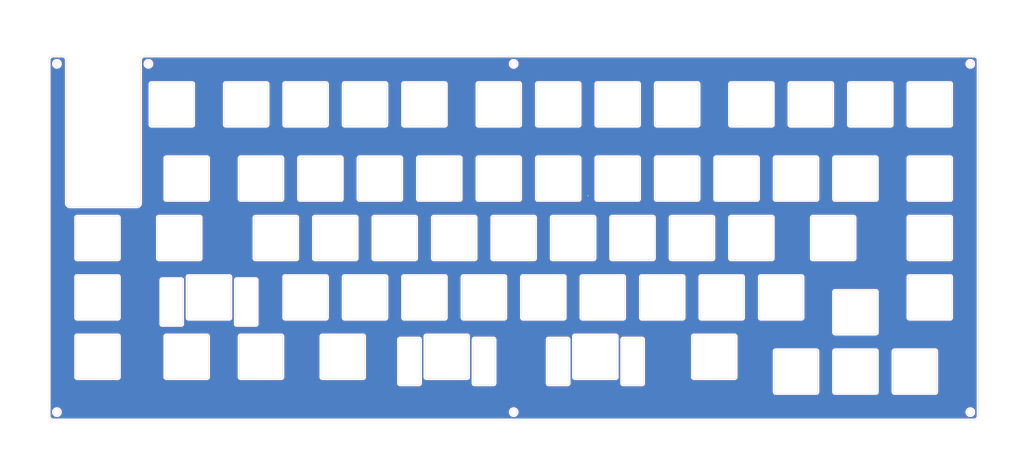
<source format=kicad_pcb>
(kicad_pcb (version 20240108) (generator "pcbnew") (generator_version "8.0")
  (layers (0 "F.Cu" signal) (31 "B.Cu" signal) (34 "B.Paste" user) (35 "F.Paste" user) (36 "B.SilkS" user "B.Silkscreen") (37 "F.SilkS" user "F.Silkscreen") (38 "B.Mask" user) (39 "F.Mask" user) (44 "Edge.Cuts" user))
  (net 0 "")
  (net 1 "GND")
  (gr_arc (start 305.692868 116.037444) (mid 305.546421 116.390997) (end 305.192868 116.537444) (stroke (width 0.1)) (layer "Edge.Cuts"))
  (gr_arc (start 263.617868 135.587444) (mid 263.264315 135.440997) (end 263.117868 135.087444) (stroke (width 0.1)) (layer "Edge.Cuts"))
  (gr_line (start 215.992868 102.537444) (end 228.992868 102.537444) (stroke (width 0.1)) (layer "Edge.Cuts"))
  (gr_line (start 190.892868 116.537444) (end 177.892868 116.537444) (stroke (width 0.1)) (layer "Edge.Cuts"))
  (gr_arc (start 268.380368 97.487444) (mid 268.026815 97.340997) (end 267.880368 96.987444) (stroke (width 0.1)) (layer "Edge.Cuts"))
  (gr_arc (start 229.780368 60.174944) (mid 229.926815 59.821391) (end 230.280368 59.674944) (stroke (width 0.1)) (layer "Edge.Cuts"))
  (gr_line (start 339.030368 126.849944) (end 339.030368 139.849944) (stroke (width 0.1)) (layer "Edge.Cuts"))
  (gr_arc (start 348.842868 60.174944) (mid 348.989315 59.821391) (end 349.342868 59.674944) (stroke (width 0.1)) (layer "Edge.Cuts"))
  (gr_arc (start 185.623618 142.137444) (mid 185.770068 141.783908) (end 186.123618 141.637444) (stroke (width 0.1)) (layer "Edge.Cuts"))
  (gr_line (start 181.367868 73.674944) (end 168.367868 73.674944) (stroke (width 0.1)) (layer "Edge.Cuts"))
  (gr_line (start 181.867868 60.174944) (end 181.867868 73.174944) (stroke (width 0.1)) (layer "Edge.Cuts"))
  (gr_line (start 248.830368 96.987444) (end 248.830368 83.987444) (stroke (width 0.1)) (layer "Edge.Cuts"))
  (gr_arc (start 181.867868 135.087444) (mid 181.721421 135.440997) (end 181.367868 135.587444) (stroke (width 0.1)) (layer "Edge.Cuts"))
  (gr_arc (start 243.780368 96.987444) (mid 243.633921 97.340997) (end 243.280368 97.487444) (stroke (width 0.1)) (layer "Edge.Cuts"))
  (gr_line (start 74.89287 167.899944) (end 370.092868 167.899944) (stroke (width 0.1)) (layer "Edge.Cuts"))
  (gr_line (start 133.799618 122.587444) (end 139.799568 122.587444) (stroke (width 0.1)) (layer "Edge.Cuts"))
  (gr_line (start 117.861618 135.080344) (end 117.861618 122.087444) (stroke (width 0.1)) (layer "Edge.Cuts"))
  (gr_line (start 185.623618 156.130344) (end 185.623618 142.137444) (stroke (width 0.1)) (layer "Edge.Cuts"))
  (gr_line (start 115.923618 137.587444) (end 109.923668 137.587444) (stroke (width 0.1)) (layer "Edge.Cuts"))
  (gr_arc (start 192.623618 156.137444) (mid 192.477168 156.49098) (end 192.123618 156.637444) (stroke (width 0.1)) (layer "Edge.Cuts"))
  (gr_line (start 325.530368 83.487444) (end 338.530368 83.487444) (stroke (width 0.1)) (layer "Edge.Cuts"))
  (gr_arc (start 276.617868 121.587444) (mid 276.971421 121.733891) (end 277.117868 122.087444) (stroke (width 0.1)) (layer "Edge.Cuts"))
  (gr_line (start 110.717868 96.987444) (end 110.717868 83.987444) (stroke (width 0.1)) (layer "Edge.Cuts"))
  (gr_line (start 186.130368 97.487444) (end 173.130368 97.487444) (stroke (width 0.1)) (layer "Edge.Cuts"))
  (gr_arc (start 191.680368 83.987444) (mid 191.826815 83.633891) (end 192.180368 83.487444) (stroke (width 0.1)) (layer "Edge.Cuts"))
  (gr_line (start 134.530368 96.987444) (end 134.530368 83.987444) (stroke (width 0.1)) (layer "Edge.Cuts"))
  (gr_line (start 224.230368 97.487444) (end 211.230368 97.487444) (stroke (width 0.1)) (layer "Edge.Cuts"))
  (gr_line (start 305.692868 60.174944) (end 305.692868 73.174944) (stroke (width 0.1)) (layer "Edge.Cuts"))
  (gr_arc (start 281.380368 83.487444) (mid 281.733921 83.633891) (end 281.880368 83.987444) (stroke (width 0.1)) (layer "Edge.Cuts"))
  (gr_line (start 248.042868 116.537444) (end 235.042868 116.537444) (stroke (width 0.1)) (layer "Edge.Cuts"))
  (gr_arc (start 124.717868 96.987444) (mid 124.571421 97.340997) (end 124.217868 97.487444) (stroke (width 0.1)) (layer "Edge.Cuts"))
  (gr_arc (start 248.830368 60.174944) (mid 248.976815 59.821391) (end 249.330368 59.674944) (stroke (width 0.1)) (layer "Edge.Cuts"))
  (gr_line (start 243.780368 83.987444) (end 243.780368 96.987444) (stroke (width 0.1)) (layer "Edge.Cuts"))
  (gr_arc (start 211.230368 97.487444) (mid 210.876815 97.340997) (end 210.730368 96.987444) (stroke (width 0.1)) (layer "Edge.Cuts"))
  (gr_line (start 219.467868 135.587444) (end 206.467868 135.587444) (stroke (width 0.1)) (layer "Edge.Cuts"))
  (gr_line (start 318.386618 102.537444) (end 331.386568 102.537444) (stroke (width 0.1)) (layer "Edge.Cuts"))
  (gr_line (start 200.417868 73.674944) (end 187.417868 73.674944) (stroke (width 0.1)) (layer "Edge.Cuts"))
  (gr_line (start 82.642868 140.637444) (end 95.642868 140.637444) (stroke (width 0.1)) (layer "Edge.Cuts"))
  (gr_line (start 325.530368 126.349944) (end 338.530368 126.349944) (stroke (width 0.1)) (layer "Edge.Cuts"))
  (gr_line (start 277.117868 122.087444) (end 277.117868 135.087444) (stroke (width 0.1)) (layer "Edge.Cuts"))
  (gr_arc (start 230.280368 73.674944) (mid 229.926815 73.528497) (end 229.780368 73.174944) (stroke (width 0.1)) (layer "Edge.Cuts"))
  (gr_arc (start 124.217868 140.637444) (mid 124.571421 140.783891) (end 124.717868 141.137444) (stroke (width 0.1)) (layer "Edge.Cuts"))
  (gr_arc (start 339.030368 96.987444) (mid 338.883921 97.340997) (end 338.530368 97.487444) (stroke (width 0.1)) (layer "Edge.Cuts"))
  (gr_arc (start 143.767868 73.174944) (mid 143.621421 73.528497) (end 143.267868 73.674944) (stroke (width 0.1)) (layer "Edge.Cuts"))
  (gr_arc (start 242.186668 154.637444) (mid 241.830607 154.488455) (end 241.686618 154.130344) (stroke (width 0.1)) (layer "Edge.Cuts"))
  (gr_circle (center 222.492868 53.674944) (end 223.592868 53.674944) (stroke (width 0.1)) (fill none) (layer "Edge.Cuts"))
  (gr_line (start 194.561618 140.637444) (end 207.561568 140.637444) (stroke (width 0.1)) (layer "Edge.Cuts"))
  (gr_arc (start 344.580368 159.399944) (mid 344.226815 159.253497) (end 344.080368 158.899944) (stroke (width 0.1)) (layer "Edge.Cuts"))
  (gr_line (start 371.342868 166.649944) (end 371.342868 52.424944) (stroke (width 0.1)) (layer "Edge.Cuts"))
  (gr_arc (start 224.730368 96.987444) (mid 224.583921 97.340997) (end 224.230368 97.487444) (stroke (width 0.1)) (layer "Edge.Cuts"))
  (gr_arc (start 205.967868 122.087444) (mid 206.114315 121.733891) (end 206.467868 121.587444) (stroke (width 0.1)) (layer "Edge.Cuts"))
  (gr_arc (start 130.267868 73.674944) (mid 129.914315 73.528497) (end 129.767868 73.174944) (stroke (width 0.1)) (layer "Edge.Cuts"))
  (gr_line (start 263.624618 156.637444) (end 257.624668 156.637444) (stroke (width 0.1)) (layer "Edge.Cuts"))
  (gr_arc (start 162.317868 121.587444) (mid 162.671421 121.733891) (end 162.817868 122.087444) (stroke (width 0.1)) (layer "Edge.Cuts"))
  (gr_line (start 82.142868 135.087444) (end 82.142868 122.087444) (stroke (width 0.1)) (layer "Edge.Cuts"))
  (gr_arc (start 253.592868 103.037444) (mid 253.739315 102.683891) (end 254.092868 102.537444) (stroke (width 0.1)) (layer "Edge.Cuts"))
  (gr_arc (start 149.317868 135.587444) (mid 148.964315 135.440997) (end 148.817868 135.087444) (stroke (width 0.1)) (layer "Edge.Cuts"))
  (gr_arc (start 338.530368 126.349944) (mid 338.883921 126.496391) (end 339.030368 126.849944) (stroke (width 0.1)) (layer "Edge.Cuts"))
  (gr_arc (start 254.092868 116.537444) (mid 253.739315 116.390997) (end 253.592868 116.037444) (stroke (width 0.1)) (layer "Edge.Cuts"))
  (gr_arc (start 286.642868 116.037444) (mid 286.496421 116.390997) (end 286.142868 116.537444) (stroke (width 0.1)) (layer "Edge.Cuts"))
  (gr_arc (start 194.561668 154.637444) (mid 194.205607 154.488455) (end 194.061618 154.130344) (stroke (width 0.1)) (layer "Edge.Cuts"))
  (gr_arc (start 148.817868 122.087444) (mid 148.964315 121.733891) (end 149.317868 121.587444) (stroke (width 0.1)) (layer "Edge.Cuts"))
  (gr_line (start 254.092868 102.537444) (end 267.092868 102.537444) (stroke (width 0.1)) (layer "Edge.Cuts"))
  (gr_line (start 362.342868 73.674944) (end 349.342868 73.674944) (stroke (width 0.1)) (layer "Edge.Cuts"))
  (gr_arc (start 264.124618 156.137444) (mid 263.978168 156.49098) (end 263.624618 156.637444) (stroke (width 0.1)) (layer "Edge.Cuts"))
  (gr_line (start 319.480368 97.487444) (end 306.480368 97.487444) (stroke (width 0.1)) (layer "Edge.Cuts"))
  (gr_line (start 267.592868 103.037444) (end 267.592868 116.037444) (stroke (width 0.1)) (layer "Edge.Cuts"))
  (gr_line (start 339.030368 83.987444) (end 339.030368 96.987444) (stroke (width 0.1)) (layer "Edge.Cuts"))
  (gr_line (start 357.580368 159.399944) (end 344.580368 159.399944) (stroke (width 0.1)) (layer "Edge.Cuts"))
  (gr_line (start 106.455368 59.674944) (end 119.455368 59.674944) (stroke (width 0.1)) (layer "Edge.Cuts"))
  (gr_arc (start 228.992868 102.537444) (mid 229.346421 102.683891) (end 229.492868 103.037444) (stroke (width 0.1)) (layer "Edge.Cuts"))
  (gr_arc (start 362.842868 96.987444) (mid 362.696421 97.340997) (end 362.342868 97.487444) (stroke (width 0.1)) (layer "Edge.Cuts"))
  (gr_line (start 319.980368 83.987444) (end 319.980368 96.987444) (stroke (width 0.1)) (layer "Edge.Cuts"))
  (gr_line (start 148.030368 97.487444) (end 135.030368 97.487444) (stroke (width 0.1)) (layer "Edge.Cuts"))
  (gr_arc (start 325.530368 97.487444) (mid 325.176815 97.340997) (end 325.030368 96.987444) (stroke (width 0.1)) (layer "Edge.Cuts"))
  (gr_line (start 181.867868 122.087444) (end 181.867868 135.087444) (stroke (width 0.1)) (layer "Edge.Cuts"))
  (gr_arc (start 96.142868 135.087444) (mid 95.996421 135.440997) (end 95.642868 135.587444) (stroke (width 0.1)) (layer "Edge.Cuts"))
  (gr_line (start 257.624618 141.637444) (end 263.624568 141.637444) (stroke (width 0.1)) (layer "Edge.Cuts"))
  (gr_arc (start 135.030368 97.487444) (mid 134.676815 97.340997) (end 134.530368 96.987444) (stroke (width 0.1)) (layer "Edge.Cuts"))
  (gr_arc (start 262.830368 96.987444) (mid 262.683921 97.340997) (end 262.330368 97.487444) (stroke (width 0.1)) (layer "Edge.Cuts"))
  (gr_arc (start 119.455368 59.674944) (mid 119.808921 59.821391) (end 119.955368 60.174944) (stroke (width 0.1)) (layer "Edge.Cuts"))
  (gr_line (start 102.955368 60.174944) (end 102.955368 98.287444) (stroke (width 0.1)) (layer "Edge.Cuts"))
  (gr_arc (start 162.817868 73.174944) (mid 162.671421 73.528497) (end 162.317868 73.674944) (stroke (width 0.1)) (layer "Edge.Cuts"))
  (gr_line (start 95.642868 154.637444) (end 82.642868 154.637444) (stroke (width 0.1)) (layer "Edge.Cuts"))
  (gr_line (start 177.892868 102.537444) (end 190.892868 102.537444) (stroke (width 0.1)) (layer "Edge.Cuts"))
  (gr_line (start 235.042868 102.537444) (end 248.042868 102.537444) (stroke (width 0.1)) (layer "Edge.Cuts"))
  (gr_line (start 262.330368 73.674944) (end 249.330368 73.674944) (stroke (width 0.1)) (layer "Edge.Cuts"))
  (gr_line (start 207.561618 154.637444) (end 194.561668 154.637444) (stroke (width 0.1)) (layer "Edge.Cuts"))
  (gr_arc (start 115.923568 122.587444) (mid 116.279654 122.736458) (end 116.423618 123.094615) (stroke (width 0.1)) (layer "Edge.Cuts"))
  (gr_arc (start 174.224068 140.637444) (mid 174.580154 140.786458) (end 174.724118 141.144615) (stroke (width 0.1)) (layer "Edge.Cuts"))
  (gr_line (start 171.842868 116.537444) (end 158.842868 116.537444) (stroke (width 0.1)) (layer "Edge.Cuts"))
  (gr_line (start 358.080368 145.899944) (end 358.080368 158.899944) (stroke (width 0.1)) (layer "Edge.Cuts"))
  (gr_arc (start 158.842868 116.537444) (mid 158.489315 116.390997) (end 158.342868 116.037444) (stroke (width 0.1)) (layer "Edge.Cuts"))
  (gr_arc (start 148.030368 83.487444) (mid 148.383921 83.633891) (end 148.530368 83.987444) (stroke (width 0.1)) (layer "Edge.Cuts"))
  (gr_arc (start 296.167868 135.087444) (mid 296.021421 135.440997) (end 295.667868 135.587444) (stroke (width 0.1)) (layer "Edge.Cuts"))
  (gr_arc (start 186.130368 83.487444) (mid 186.483921 83.633891) (end 186.630368 83.987444) (stroke (width 0.1)) (layer "Edge.Cuts"))
  (gr_arc (start 102.955368 52.424944) (mid 103.321485 51.541061) (end 104.205368 51.174944) (stroke (width 0.1)) (layer "Edge.Cuts"))
  (gr_arc (start 224.730368 73.174944) (mid 224.583921 73.528497) (end 224.230368 73.674944) (stroke (width 0.1)) (layer "Edge.Cuts"))
  (gr_line (start 219.967868 122.087444) (end 219.967868 135.087444) (stroke (width 0.1)) (layer "Edge.Cuts"))
  (gr_arc (start 111.217868 97.487444) (mid 110.864315 97.340997) (end 110.717868 96.987444) (stroke (width 0.1)) (layer "Edge.Cuts"))
  (gr_arc (start 233.748668 156.637444) (mid 233.392607 156.488455) (end 233.248618 156.130344) (stroke (width 0.1)) (layer "Edge.Cuts"))
  (gr_arc (start 262.830368 73.174944) (mid 262.683921 73.528497) (end 262.330368 73.674944) (stroke (width 0.1)) (layer "Edge.Cuts"))
  (gr_arc (start 291.692868 103.037444) (mid 291.839315 102.683891) (end 292.192868 102.537444) (stroke (width 0.1)) (layer "Edge.Cuts"))
  (gr_line (start 96.142868 103.037444) (end 96.142868 116.037444) (stroke (width 0.1)) (layer "Edge.Cuts"))
  (gr_line (start 229.780368 96.987444) (end 229.780368 83.987444) (stroke (width 0.1)) (layer "Edge.Cuts"))
  (gr_line (start 317.886618 116.030344) (end 317.886618 103.037444) (stroke (width 0.1)) (layer "Edge.Cuts"))
  (gr_arc (start 267.092868 102.537444) (mid 267.446421 102.683891) (end 267.592868 103.037444) (stroke (width 0.1)) (layer "Edge.Cuts"))
  (gr_line (start 242.186618 140.637444) (end 255.186568 140.637444) (stroke (width 0.1)) (layer "Edge.Cuts"))
  (gr_line (start 82.142868 154.137444) (end 82.142868 141.137444) (stroke (width 0.1)) (layer "Edge.Cuts"))
  (gr_arc (start 95.642868 102.537444) (mid 95.996421 102.683891) (end 96.142868 103.037444) (stroke (width 0.1)) (layer "Edge.Cuts"))
  (gr_arc (start 235.042868 116.537444) (mid 234.689315 116.390997) (end 234.542868 116.037444) (stroke (width 0.1)) (layer "Edge.Cuts"))
  (gr_line (start 348.842868 96.987444) (end 348.842868 83.987444) (stroke (width 0.1)) (layer "Edge.Cuts"))
  (gr_line (start 324.242868 73.674944) (end 311.242868 73.674944) (stroke (width 0.1)) (layer "Edge.Cuts"))
  (gr_line (start 82.642868 121.587444) (end 95.642868 121.587444) (stroke (width 0.1)) (layer "Edge.Cuts"))
  (gr_line (start 224.730368 60.174944) (end 224.730368 73.174944) (stroke (width 0.1)) (layer "Edge.Cuts"))
  (gr_line (start 148.030368 154.637444) (end 135.030368 154.637444) (stroke (width 0.1)) (layer "Edge.Cuts"))
  (gr_arc (start 306.480368 159.399944) (mid 306.126815 159.253497) (end 305.980368 158.899944) (stroke (width 0.1)) (layer "Edge.Cuts"))
  (gr_line (start 233.248618 156.130344) (end 233.248618 142.137444) (stroke (width 0.1)) (layer "Edge.Cuts"))
  (gr_arc (start 109.423618 123.087444) (mid 109.570068 122.733908) (end 109.923618 122.587444) (stroke (width 0.1)) (layer "Edge.Cuts"))
  (gr_line (start 205.180368 97.487444) (end 192.180368 97.487444) (stroke (width 0.1)) (layer "Edge.Cuts"))
  (gr_arc (start 306.480368 97.487444) (mid 306.126815 97.340997) (end 305.980368 96.987444) (stroke (width 0.1)) (layer "Edge.Cuts"))
  (gr_circle (center 222.492868 165.399944) (end 223.592868 165.399944) (stroke (width 0.1)) (fill none) (layer "Edge.Cuts"))
  (gr_line (start 267.880368 96.987444) (end 267.880368 83.987444) (stroke (width 0.1)) (layer "Edge.Cuts"))
  (gr_line (start 153.292868 103.037444) (end 153.292868 116.037444) (stroke (width 0.1)) (layer "Edge.Cuts"))
  (gr_line (start 305.192868 116.537444) (end 292.192868 116.537444) (stroke (width 0.1)) (layer "Edge.Cuts"))
  (gr_arc (start 177.892868 116.537444) (mid 177.539315 116.390997) (end 177.392868 116.037444) (stroke (width 0.1)) (layer "Edge.Cuts"))
  (gr_line (start 143.267868 73.674944) (end 130.267868 73.674944) (stroke (width 0.1)) (layer "Edge.Cuts"))
  (gr_line (start 279.786618 154.130344) (end 279.786618 141.137444) (stroke (width 0.1)) (layer "Edge.Cuts"))
  (gr_arc (start 370.092868 51.174944) (mid 370.976751 51.541061) (end 371.342868 52.424944) (stroke (width 0.1)) (layer "Edge.Cuts"))
  (gr_line (start 325.030368 139.849944) (end 325.030368 126.849944) (stroke (width 0.1)) (layer "Edge.Cuts"))
  (gr_arc (start 134.530368 83.987444) (mid 134.676815 83.633891) (end 135.030368 83.487444) (stroke (width 0.1)) (layer "Edge.Cuts"))
  (gr_arc (start 293.286568 140.637444) (mid 293.642654 140.786458) (end 293.786618 141.144615) (stroke (width 0.1)) (layer "Edge.Cuts"))
  (gr_arc (start 248.042868 102.537444) (mid 248.396421 102.683891) (end 248.542868 103.037444) (stroke (width 0.1)) (layer "Edge.Cuts"))
  (gr_line (start 230.280368 59.674944) (end 243.280368 59.674944) (stroke (width 0.1)) (layer "Edge.Cuts"))
  (gr_line (start 338.530368 97.487444) (end 325.530368 97.487444) (stroke (width 0.1)) (layer "Edge.Cuts"))
  (gr_arc (start 331.886618 116.037444) (mid 331.740168 116.39098) (end 331.386618 116.537444) (stroke (width 0.1)) (layer "Edge.Cuts"))
  (gr_line (start 121.836618 116.537444) (end 108.836668 116.537444) (stroke (width 0.1)) (layer "Edge.Cuts"))
  (gr_arc (start 216.499618 156.137444) (mid 216.353168 156.49098) (end 215.999618 156.637444) (stroke (width 0.1)) (layer "Edge.Cuts"))
  (gr_arc (start 348.842868 122.087444) (mid 348.989315 121.733891) (end 349.342868 121.587444) (stroke (width 0.1)) (layer "Edge.Cuts"))
  (gr_line (start 119.455368 73.674944) (end 106.455368 73.674944) (stroke (width 0.1)) (layer "Edge.Cuts"))
  (gr_arc (start 349.342868 73.674944) (mid 348.989315 73.528497) (end 348.842868 73.174944) (stroke (width 0.1)) (layer "Edge.Cuts"))
  (gr_arc (start 318.386668 116.537444) (mid 318.030607 116.388455) (end 317.886618 116.030344) (stroke (width 0.1)) (layer "Edge.Cuts"))
  (gr_arc (start 325.030368 83.987444) (mid 325.176815 83.633891) (end 325.530368 83.487444) (stroke (width 0.1)) (layer "Edge.Cuts"))
  (gr_arc (start 187.417868 135.587444) (mid 187.064315 135.440997) (end 186.917868 135.087444) (stroke (width 0.1)) (layer "Edge.Cuts"))
  (gr_arc (start 273.142868 116.537444) (mid 272.789315 116.390997) (end 272.642868 116.037444) (stroke (width 0.1)) (layer "Edge.Cuts"))
  (gr_line (start 276.617868 135.587444) (end 263.617868 135.587444) (stroke (width 0.1)) (layer "Edge.Cuts"))
  (gr_arc (start 239.748568 141.637444) (mid 240.104654 141.786458) (end 240.248618 142.144615) (stroke (width 0.1)) (layer "Edge.Cuts"))
  (gr_arc (start 362.342868 59.674944) (mid 362.696421 59.821391) (end 362.842868 60.174944) (stroke (width 0.1)) (layer "Edge.Cuts"))
  (gr_arc (start 325.530368 140.349944) (mid 325.176815 140.203497) (end 325.030368 139.849944) (stroke (width 0.1)) (layer "Edge.Cuts"))
  (gr_arc (start 358.080368 158.899944) (mid 357.933921 159.253497) (end 357.580368 159.399944) (stroke (width 0.1)) (layer "Edge.Cuts"))
  (gr_arc (start 263.624568 141.637444) (mid 263.980654 141.786458) (end 264.124618 142.144615) (stroke (width 0.1)) (layer "Edge.Cuts"))
  (gr_arc (start 330.292868 73.674944) (mid 329.939315 73.528497) (end 329.792868 73.174944) (stroke (width 0.1)) (layer "Edge.Cuts"))
  (gr_arc (start 301.217868 122.087444) (mid 301.364315 121.733891) (end 301.717868 121.587444) (stroke (width 0.1)) (layer "Edge.Cuts"))
  (gr_line (start 295.667868 135.587444) (end 282.667868 135.587444) (stroke (width 0.1)) (layer "Edge.Cuts"))
  (gr_arc (start 244.567868 135.587444) (mid 244.214315 135.440997) (end 244.067868 135.087444) (stroke (width 0.1)) (layer "Edge.Cuts"))
  (gr_arc (start 319.980368 96.987444) (mid 319.833921 97.340997) (end 319.480368 97.487444) (stroke (width 0.1)) (layer "Edge.Cuts"))
  (gr_line (start 349.342868 59.674944) (end 362.342868 59.674944) (stroke (width 0.1)) (layer "Edge.Cuts"))
  (gr_arc (start 124.217868 83.487444) (mid 124.571421 83.633891) (end 124.717868 83.987444) (stroke (width 0.1)) (layer "Edge.Cuts"))
  (gr_arc (start 192.123568 141.637444) (mid 192.479654 141.786458) (end 192.623618 142.144615) (stroke (width 0.1)) (layer "Edge.Cuts"))
  (gr_line (start 291.692868 116.037444) (end 291.692868 103.037444) (stroke (width 0.1)) (layer "Edge.Cuts"))
  (gr_line (start 305.692868 103.037444) (end 305.692868 116.037444) (stroke (width 0.1)) (layer "Edge.Cuts"))
  (gr_line (start 96.142868 122.087444) (end 96.142868 135.087444) (stroke (width 0.1)) (layer "Edge.Cuts"))
  (gr_line (start 325.030368 158.899944) (end 325.030368 145.899944) (stroke (width 0.1)) (layer "Edge.Cuts"))
  (gr_arc (start 234.542868 103.037444) (mid 234.689315 102.683891) (end 235.042868 102.537444) (stroke (width 0.1)) (layer "Edge.Cuts"))
  (gr_line (start 253.592868 116.037444) (end 253.592868 103.037444) (stroke (width 0.1)) (layer "Edge.Cuts"))
  (gr_line (start 362.842868 122.087444) (end 362.842868 135.087444) (stroke (width 0.1)) (layer "Edge.Cuts"))
  (gr_line (start 167.080368 97.487444) (end 154.080368 97.487444) (stroke (width 0.1)) (layer "Edge.Cuts"))
  (gr_line (start 174.224118 154.637444) (end 161.224168 154.637444) (stroke (width 0.1)) (layer "Edge.Cuts"))
  (gr_arc (start 82.642868 116.537444) (mid 82.289315 116.390997) (end 82.142868 116.037444) (stroke (width 0.1)) (layer "Edge.Cuts"))
  (gr_arc (start 215.492868 103.037444) (mid 215.639315 102.683891) (end 215.992868 102.537444) (stroke (width 0.1)) (layer "Edge.Cuts"))
  (gr_arc (start 240.248618 156.137444) (mid 240.102168 156.49098) (end 239.748618 156.637444) (stroke (width 0.1)) (layer "Edge.Cuts"))
  (gr_arc (start 319.980368 158.899944) (mid 319.833921 159.253497) (end 319.480368 159.399944) (stroke (width 0.1)) (layer "Edge.Cuts"))
  (gr_arc (start 255.686618 154.137444) (mid 255.540168 154.49098) (end 255.186618 154.637444) (stroke (width 0.1)) (layer "Edge.Cuts"))
  (gr_arc (start 210.730368 60.174944) (mid 210.876815 59.821391) (end 211.230368 59.674944) (stroke (width 0.1)) (layer "Edge.Cuts"))
  (gr_arc (start 148.530368 154.137444) (mid 148.383921 154.490997) (end 148.030368 154.637444) (stroke (width 0.1)) (layer "Edge.Cuts"))
  (gr_line (start 209.942868 116.537444) (end 196.942868 116.537444) (stroke (width 0.1)) (layer "Edge.Cuts"))
  (gr_line (start 300.930368 83.987444) (end 300.930368 96.987444) (stroke (width 0.1)) (layer "Edge.Cuts"))
  (gr_arc (start 174.724118 154.137444) (mid 174.577668 154.49098) (end 174.224118 154.637444) (stroke (width 0.1)) (layer "Edge.Cuts"))
  (gr_arc (start 171.842868 102.537444) (mid 172.196421 102.683891) (end 172.342868 103.037444) (stroke (width 0.1)) (layer "Edge.Cuts"))
  (gr_arc (start 292.192868 116.537444) (mid 291.839315 116.390997) (end 291.692868 116.037444) (stroke (width 0.1)) (layer "Edge.Cuts"))
  (gr_arc (start 122.336618 116.037444) (mid 122.190168 116.39098) (end 121.836618 116.537444) (stroke (width 0.1)) (layer "Edge.Cuts"))
  (gr_arc (start 224.230368 59.674944) (mid 224.583921 59.821391) (end 224.730368 60.174944) (stroke (width 0.1)) (layer "Edge.Cuts"))
  (gr_line (start 268.380368 59.674944) (end 281.380368 59.674944) (stroke (width 0.1)) (layer "Edge.Cuts"))
  (gr_arc (start 229.780368 83.987444) (mid 229.926815 83.633891) (end 230.280368 83.487444) (stroke (width 0.1)) (layer "Edge.Cuts"))
  (gr_line (start 158.842868 102.537444) (end 171.842868 102.537444) (stroke (width 0.1)) (layer "Edge.Cuts"))
  (gr_arc (start 200.417868 59.674944) (mid 200.771421 59.821391) (end 200.917868 60.174944) (stroke (width 0.1)) (layer "Edge.Cuts"))
  (gr_line (start 135.030368 140.637444) (end 148.030368 140.637444) (stroke (width 0.1)) (layer "Edge.Cuts"))
  (gr_line (start 281.880368 83.987444) (end 281.880368 96.987444) (stroke (width 0.1)) (layer "Edge.Cuts"))
  (gr_line (start 167.867868 73.174944) (end 167.867868 60.174944) (stroke (width 0.1)) (layer "Edge.Cuts"))
  (gr_line (start 192.180368 83.487444) (end 205.180368 83.487444) (stroke (width 0.1)) (layer "Edge.Cuts"))
  (gr_arc (start 80.392868 99.537444) (mid 79.508985 99.171327) (end 79.142868 98.287444) (stroke (width 0.1)) (layer "Edge.Cuts"))
  (gr_arc (start 349.342868 97.487444) (mid 348.989315 97.340997) (end 348.842868 96.987444) (stroke (width 0.1)) (layer "Edge.Cuts"))
  (gr_arc (start 348.842868 103.037444) (mid 348.989315 102.683891) (end 349.342868 102.537444) (stroke (width 0.1)) (layer "Edge.Cuts"))
  (gr_line (start 172.342868 103.037444) (end 172.342868 116.037444) (stroke (width 0.1)) (layer "Edge.Cuts"))
  (gr_line (start 209.999618 141.637444) (end 215.999568 141.637444) (stroke (width 0.1)) (layer "Edge.Cuts"))
  (gr_arc (start 110.717868 141.137444) (mid 110.864315 140.783891) (end 111.217868 140.637444) (stroke (width 0.1)) (layer "Edge.Cuts"))
  (gr_arc (start 186.630368 96.987444) (mid 186.483921 97.340997) (end 186.130368 97.487444) (stroke (width 0.1)) (layer "Edge.Cuts"))
  (gr_arc (start 238.517868 121.587444) (mid 238.871421 121.733891) (end 239.017868 122.087444) (stroke (width 0.1)) (layer "Edge.Cuts"))
  (gr_arc (start 329.792868 60.174944) (mid 329.939315 59.821391) (end 330.292868 59.674944) (stroke (width 0.1)) (layer "Edge.Cuts"))
  (gr_line (start 167.580368 83.987444) (end 167.580368 96.987444) (stroke (width 0.1)) (layer "Edge.Cuts"))
  (gr_line (start 280.286618 140.637444) (end 293.286568 140.637444) (stroke (width 0.1)) (layer "Edge.Cuts"))
  (gr_arc (start 187.417868 73.674944) (mid 187.064315 73.528497) (end 186.917868 73.174944) (stroke (width 0.1)) (layer "Edge.Cuts"))
  (gr_line (start 244.067868 135.087444) (end 244.067868 122.087444) (stroke (width 0.1)) (layer "Edge.Cuts"))
  (gr_arc (start 281.880368 73.174944) (mid 281.733921 73.528497) (end 281.380368 73.674944) (stroke (width 0.1)) (layer "Edge.Cuts"))
  (gr_arc (start 362.842868 116.037444) (mid 362.696421 116.390997) (end 362.342868 116.537444) (stroke (width 0.1)) (layer "Edge.Cuts"))
  (gr_line (start 282.167868 135.087444) (end 282.167868 122.087444) (stroke (width 0.1)) (layer "Edge.Cuts"))
  (gr_line (start 108.336618 116.030344) (end 108.336618 103.037444) (stroke (width 0.1)) (layer "Edge.Cuts"))
  (gr_arc (start 229.492868 116.037444) (mid 229.346421 116.390997) (end 228.992868 116.537444) (stroke (width 0.1)) (layer "Edge.Cuts"))
  (gr_arc (start 219.967868 135.087444) (mid 219.821421 135.440997) (end 219.467868 135.587444) (stroke (width 0.1)) (layer "Edge.Cuts"))
  (gr_arc (start 243.780368 73.174944) (mid 243.633921 73.528497) (end 243.280368 73.674944) (stroke (width 0.1)) (layer "Edge.Cuts"))
  (gr_arc (start 140.299618 137.087444) (mid 140.153168 137.44098) (end 139.799618 137.587444) (stroke (width 0.1)) (layer "Edge.Cuts"))
  (gr_line (start 239.748618 156.637444) (end 233.748668 156.637444) (stroke (width 0.1)) (layer "Edge.Cuts"))
  (gr_arc (start 267.592868 116.037444) (mid 267.446421 116.390997) (end 267.092868 116.537444) (stroke (width 0.1)) (layer "Edge.Cuts"))
  (gr_line (start 225.017868 135.087444) (end 225.017868 122.087444) (stroke (width 0.1)) (layer "Edge.Cuts"))
  (gr_line (start 162.817868 122.087444) (end 162.817868 135.087444) (stroke (width 0.1)) (layer "Edge.Cuts"))
  (gr_arc (start 257.567868 121.587444) (mid 257.921421 121.733891) (end 258.067868 122.087444) (stroke (width 0.1)) (layer "Edge.Cuts"))
  (gr_circle (center 76.142868 165.399944) (end 77.242868 165.399944) (stroke (width 0.1)) (fill none) (layer "Edge.Cuts"))
  (gr_line (start 240.248618 142.144615) (end 240.248618 156.137444) (stroke (width 0.1)) (layer "Edge.Cuts"))
  (gr_line (start 244.567868 121.587444) (end 257.567868 121.587444) (stroke (width 0.1)) (layer "Edge.Cuts"))
  (gr_arc (start 300.430368 83.487444) (mid 300.783921 83.633891) (end 300.930368 83.987444) (stroke (width 0.1)) (layer "Edge.Cuts"))
  (gr_line (start 109.923618 122.587444) (end 115.923568 122.587444) (stroke (width 0.1)) (layer "Edge.Cuts"))
  (gr_arc (start 305.980368 145.899944) (mid 306.126815 145.546391) (end 306.480368 145.399944) (stroke (width 0.1)) (layer "Edge.Cuts"))
  (gr_line (start 241.686618 154.130344) (end 241.686618 141.137444) (stroke (width 0.1)) (layer "Edge.Cuts"))
  (gr_line (start 249.330368 59.674944) (end 262.330368 59.674944) (stroke (width 0.1)) (layer "Edge.Cuts"))
  (gr_line (start 191.680368 96.987444) (end 191.680368 83.987444) (stroke (width 0.1)) (layer "Edge.Cuts"))
  (gr_arc (start 205.680368 96.987444) (mid 205.533921 97.340997) (end 205.180368 97.487444) (stroke (width 0.1)) (layer "Edge.Cuts"))
  (gr_arc (start 287.430368 97.487444) (mid 287.076815 97.340997) (end 286.930368 96.987444) (stroke (width 0.1)) (layer "Edge.Cuts"))
  (gr_line (start 292.192868 59.674944) (end 305.192868 59.674944) (stroke (width 0.1)) (layer "Edge.Cuts"))
  (gr_line (start 224.730368 83.987444) (end 224.730368 96.987444) (stroke (width 0.1)) (layer "Edge.Cuts"))
  (gr_line (start 362.842868 60.174944) (end 362.842868 73.174944) (stroke (width 0.1)) (layer "Edge.Cuts"))
  (gr_line (start 79.142868 98.287444) (end 79.142868 57.924944) (stroke (width 0.1)) (layer "Edge.Cuts"))
  (gr_arc (start 349.342868 135.587444) (mid 348.989315 135.440997) (end 348.842868 135.087444) (stroke (width 0.1)) (layer "Edge.Cuts"))
  (gr_line (start 149.317868 59.674944) (end 162.317868 59.674944) (stroke (width 0.1)) (layer "Edge.Cuts"))
  (gr_line (start 315.217868 122.087444) (end 315.217868 135.087444) (stroke (width 0.1)) (layer "Edge.Cuts"))
  (gr_arc (start 357.580368 145.399944) (mid 357.933921 145.546391) (end 358.080368 145.899944) (stroke (width 0.1)) (layer "Edge.Cuts"))
  (gr_line (start 200.917868 60.174944) (end 200.917868 73.174944) (stroke (width 0.1)) (layer "Edge.Cuts"))
  (gr_arc (start 286.930368 83.987444) (mid 287.076815 83.633891) (end 287.430368 83.487444) (stroke (width 0.1)) (layer "Edge.Cuts"))
  (gr_arc (start 191.392868 116.037444) (mid 191.246421 116.390997) (end 190.892868 116.537444) (stroke (width 0.1)) (layer "Edge.Cuts"))
  (gr_line (start 349.342868 83.487444) (end 362.342868 83.487444) (stroke (width 0.1)) (layer "Edge.Cuts"))
  (gr_arc (start 233.248618 142.137444) (mid 233.395068 141.783908) (end 233.748618 141.637444) (stroke (width 0.1)) (layer "Edge.Cuts"))
  (gr_line (start 262.830368 83.987444) (end 262.830368 96.987444) (stroke (width 0.1)) (layer "Edge.Cuts"))
  (gr_arc (start 267.880368 83.987444) (mid 268.026815 83.633891) (end 268.380368 83.487444) (stroke (width 0.1)) (layer "Edge.Cuts"))
  (gr_line (start 248.830368 73.174944) (end 248.830368 60.174944) (stroke (width 0.1)) (layer "Edge.Cuts"))
  (gr_arc (start 73.642868 52.424946) (mid 74.008985 51.541061) (end 74.892869 51.174944) (stroke (width 0.1)) (layer "Edge.Cuts"))
  (gr_line (start 224.230368 73.674944) (end 211.230368 73.674944) (stroke (width 0.1)) (layer "Edge.Cuts"))
  (gr_line (start 339.030368 145.899944) (end 339.030368 158.899944) (stroke (width 0.1)) (layer "Edge.Cuts"))
  (gr_line (start 230.280368 83.487444) (end 243.280368 83.487444) (stroke (width 0.1)) (layer "Edge.Cuts"))
  (gr_line (start 153.580368 96.987444) (end 153.580368 83.987444) (stroke (width 0.1)) (layer "Edge.Cuts"))
  (gr_arc (start 82.142868 103.037444) (mid 82.289315 102.683891) (end 82.642868 102.537444) (stroke (width 0.1)) (layer "Edge.Cuts"))
  (gr_arc (start 319.480368 83.487444) (mid 319.833921 83.633891) (end 319.980368 83.987444) (stroke (width 0.1)) (layer "Edge.Cuts"))
  (gr_arc (start 158.342868 103.037444) (mid 158.489315 102.683891) (end 158.842868 102.537444) (stroke (width 0.1)) (layer "Edge.Cuts"))
  (gr_line (start 210.730368 96.987444) (end 210.730368 83.987444) (stroke (width 0.1)) (layer "Edge.Cuts"))
  (gr_arc (start 325.030368 145.899944) (mid 325.176815 145.546391) (end 325.530368 145.399944) (stroke (width 0.1)) (layer "Edge.Cuts"))
  (gr_line (start 258.067868 122.087444) (end 258.067868 135.087444) (stroke (width 0.1)) (layer "Edge.Cuts"))
  (gr_arc (start 118.361668 135.587444) (mid 118.005607 135.438455) (end 117.861618 135.080344) (stroke (width 0.1)) (layer "Edge.Cuts"))
  (gr_line (start 140.299618 123.094615) (end 140.299618 137.087444) (stroke (width 0.1)) (layer "Edge.Cuts"))
  (gr_line (start 149.317868 121.587444) (end 162.317868 121.587444) (stroke (width 0.1)) (layer "Edge.Cuts"))
  (gr_circle (center 105.455368 53.674944) (end 106.555368 53.674944) (stroke (width 0.1)) (fill none) (layer "Edge.Cuts"))
  (gr_line (start 263.617868 121.587444) (end 276.617868 121.587444) (stroke (width 0.1)) (layer "Edge.Cuts"))
  (gr_line (start 243.280368 97.487444) (end 230.280368 97.487444) (stroke (width 0.1)) (layer "Edge.Cuts"))
  (gr_arc (start 292.192868 73.674944) (mid 291.839315 73.528497) (end 291.692868 73.174944) (stroke (width 0.1)) (layer "Edge.Cuts"))
  (gr_line (start 105.955368 73.174944) (end 105.955368 60.174944) (stroke (width 0.1)) (layer "Edge.Cuts"))
  (gr_arc (start 362.842868 135.087444) (mid 362.696421 135.440997) (end 362.342868 135.587444) (stroke (width 0.1)) (layer "Edge.Cuts"))
  (gr_line (start 111.217868 83.487444) (end 124.217868 83.487444) (stroke (width 0.1)) (layer "Edge.Cuts"))
  (gr_arc (start 96.142868 116.037444) (mid 95.996421 116.390997) (end 95.642868 116.537444) (stroke (width 0.1)) (layer "Edge.Cuts"))
  (gr_line (start 331.886618 103.044615) (end 331.886618 116.037444) (stroke (width 0.1)) (layer "Edge.Cuts"))
  (gr_line (start 287.430368 83.487444) (end 300.430368 83.487444) (stroke (width 0.1)) (layer "Edge.Cuts"))
  (gr_line (start 162.317868 73.674944) (end 149.317868 73.674944) (stroke (width 0.1)) (layer "Edge.Cuts"))
  (gr_line (start 319.480368 159.399944) (end 306.480368 159.399944) (stroke (width 0.1)) (layer "Edge.Cuts"))
  (gr_line (start 139.799618 137.587444) (end 133.799768 137.587444) (stroke (width 0.1)) (layer "Edge.Cuts"))
  (gr_line (start 349.342868 121.587444) (end 362.342868 121.587444) (stroke (width 0.1)) (layer "Edge.Cuts"))
  (gr_line (start 192.123618 156.637444) (end 186.123768 156.637444) (stroke (width 0.1)) (layer "Edge.Cuts"))
  (gr_line (start 319.980368 145.899944) (end 319.980368 158.899944) (stroke (width 0.1)) (layer "Edge.Cuts"))
  (gr_line (start 162.317868 135.587444) (end 149.317868 135.587444) (stroke (width 0.1)) (layer "Edge.Cuts"))
  (gr_arc (start 241.686618 141.137444) (mid 241.833068 140.783908) (end 242.186618 140.637444) (stroke (width 0.1)) (layer "Edge.Cuts"))
  (gr_arc (start 315.217868 135.087444) (mid 315.071421 135.440997) (end 314.717868 135.587444) (stroke (width 0.1)) (layer "Edge.Cuts"))
  (gr_line (start 291.692868 73.174944) (end 291.692868 60.174944) (stroke (width 0.1)) (layer "Edge.Cuts"))
  (gr_line (start 95.642868 116.537444) (end 82.642868 116.537444) (stroke (width 0.1)) (layer "Edge.Cuts"))
  (gr_arc (start 305.980368 83.987444) (mid 306.126815 83.633891) (end 306.480368 83.487444) (stroke (width 0.1)) (layer "Edge.Cuts"))
  (gr_arc (start 211.230368 73.674944) (mid 210.876815 73.528497) (end 210.730368 73.174944) (stroke (width 0.1)) (layer "Edge.Cuts"))
  (gr_arc (start 291.692868 60.174944) (mid 291.839315 59.821391) (end 292.192868 59.674944) (stroke (width 0.1)) (layer "Edge.Cuts"))
  (gr_line (start 186.630368 83.987444) (end 186.630368 96.987444) (stroke (width 0.1)) (layer "Edge.Cuts"))
  (gr_line (start 255.186618 154.637444) (end 242.186668 154.637444) (stroke (width 0.1)) (layer "Edge.Cuts"))
  (gr_arc (start 124.717868 154.137444) (mid 124.571421 154.490997) (end 124.217868 154.637444) (stroke (width 0.1)) (layer "Edge.Cuts"))
  (gr_arc (start 196.442868 103.037444) (mid 196.589315 102.683891) (end 196.942868 102.537444) (stroke (width 0.1)) (layer "Edge.Cuts"))
  (gr_arc (start 305.692868 73.174944) (mid 305.546421 73.528497) (end 305.192868 73.674944) (stroke (width 0.1)) (layer "Edge.Cuts"))
  (gr_circle (center 368.842868 53.674944) (end 369.942868 53.674944) (stroke (width 0.1)) (fill none) (layer "Edge.Cuts"))
  (gr_arc (start 257.124618 142.137444) (mid 257.271068 141.783908) (end 257.624618 141.637444) (stroke (width 0.1)) (layer "Edge.Cuts"))
  (gr_line (start 111.217868 140.637444) (end 124.217868 140.637444) (stroke (width 0.1)) (layer "Edge.Cuts"))
  (gr_line (start 301.217868 135.087444) (end 301.217868 122.087444) (stroke (width 0.1)) (layer "Edge.Cuts"))
  (gr_arc (start 200.917868 73.174944) (mid 200.771421 73.528497) (end 200.417868 73.674944) (stroke (width 0.1)) (layer "Edge.Cuts"))
  (gr_line (start 325.030368 96.987444) (end 325.030368 83.987444) (stroke (width 0.1)) (layer "Edge.Cuts"))
  (gr_arc (start 148.530368 96.987444) (mid 148.383921 97.340997) (end 148.030368 97.487444) (stroke (width 0.1)) (layer "Edge.Cuts"))
  (gr_line (start 95.642868 135.587444) (end 82.642868 135.587444) (stroke (width 0.1)) (layer "Edge.Cuts"))
  (gr_line (start 152.792868 116.537444) (end 139.792868 116.537444) (stroke (width 0.1)) (layer "Edge.Cuts"))
  (gr_line (start 196.942868 102.537444) (end 209.942868 102.537444) (stroke (width 0.1)) (layer "Edge.Cuts"))
  (gr_line (start 305.980368 96.987444) (end 305.980368 83.987444) (stroke (width 0.1)) (layer "Edge.Cuts"))
  (gr_line (start 122.336618 103.044615) (end 122.336618 116.037444) (stroke (width 0.1)) (layer "Edge.Cuts"))
  (gr_line (start 324.742868 60.174944) (end 324.742868 73.174944) (stroke (width 0.1)) (layer "Edge.Cuts"))
  (gr_line (start 305.192868 73.674944) (end 292.192868 73.674944) (stroke (width 0.1)) (layer "Edge.Cuts"))
  (gr_line (start 119.955368 60.174944) (end 119.955368 73.174944) (stroke (width 0.1)) (layer "Edge.Cuts"))
  (gr_line (start 257.567868 135.587444) (end 244.567868 135.587444) (stroke (width 0.1)) (layer "Edge.Cuts"))
  (gr_arc (start 108.836668 116.537444) (mid 108.480607 116.388455) (end 108.336618 116.030344) (stroke (width 0.1)) (layer "Edge.Cuts"))
  (gr_arc (start 186.123768 156.637444) (mid 185.767642 156.488491) (end 185.623618 156.130344) (stroke (width 0.1)) (layer "Edge.Cuts"))
  (gr_arc (start 139.799568 122.587444) (mid 140.155654 122.736458) (end 140.299618 123.094615) (stroke (width 0.1)) (layer "Edge.Cuts"))
  (gr_arc (start 305.192868 59.674944) (mid 305.546421 59.821391) (end 305.692868 60.174944) (stroke (width 0.1)) (layer "Edge.Cuts"))
  (gr_line (start 148.817868 135.087444) (end 148.817868 122.087444) (stroke (width 0.1)) (layer "Edge.Cuts"))
  (gr_arc (start 263.117868 122.087444) (mid 263.264315 121.733891) (end 263.617868 121.587444) (stroke (width 0.1)) (layer "Edge.Cuts"))
  (gr_line (start 293.786618 141.144615) (end 293.786618 154.137444) (stroke (width 0.1)) (layer "Edge.Cuts"))
  (gr_line (start 134.530368 154.137444) (end 134.530368 141.137444) (stroke (width 0.1)) (layer "Edge.Cuts"))
  (gr_arc (start 272.642868 103.037444) (mid 272.789315 102.683891) (end 273.142868 102.537444) (stroke (width 0.1)) (layer "Edge.Cuts"))
  (gr_line (start 228.992868 116.537444) (end 215.992868 116.537444) (stroke (width 0.1)) (layer "Edge.Cuts"))
  (gr_arc (start 172.630368 83.987444) (mid 172.776815 83.633891) (end 173.130368 83.487444) (stroke (width 0.1)) (layer "Edge.Cuts"))
  (gr_arc (start 314.717868 121.587444) (mid 315.071421 121.733891) (end 315.217868 122.087444) (stroke (width 0.1)) (layer "Edge.Cuts"))
  (gr_line (start 282.667868 121.587444) (end 295.667868 121.587444) (stroke (width 0.1)) (layer "Edge.Cuts"))
  (gr_arc (start 167.080368 83.487444) (mid 167.433921 83.633891) (end 167.580368 83.987444) (stroke (width 0.1)) (layer "Edge.Cuts"))
  (gr_line (start 238.517868 135.587444) (end 225.517868 135.587444) (stroke (width 0.1)) (layer "Edge.Cuts"))
  (gr_arc (start 168.367868 135.587444) (mid 168.014315 135.440997) (end 167.867868 135.087444) (stroke (width 0.1)) (layer "Edge.Cuts"))
  (gr_line (start 344.080368 158.899944) (end 344.080368 145.899944) (stroke (width 0.1)) (layer "Edge.Cuts"))
  (gr_line (start 306.480368 83.487444) (end 319.480368 83.487444) (stroke (width 0.1)) (layer "Edge.Cuts"))
  (gr_line (start 249.330368 83.487444) (end 262.330368 83.487444) (stroke (width 0.1)) (layer "Edge.Cuts"))
  (gr_arc (start 286.142868 102.537444) (mid 286.496421 102.683891) (end 286.642868 103.037444) (stroke (width 0.1)) (layer "Edge.Cuts"))
  (gr_arc (start 295.667868 121.587444) (mid 296.021421 121.733891) (end 296.167868 122.087444) (stroke (width 0.1)) (layer "Edge.Cuts"))
  (gr_line (start 296.167868 122.087444) (end 296.167868 135.087444) (stroke (width 0.1)) (layer "Edge.Cuts"))
  (gr_arc (start 267.880368 60.174944) (mid 268.026815 59.821391) (end 268.380368 59.674944) (stroke (width 0.1)) (layer "Edge.Cuts"))
  (gr_arc (start 282.667868 135.587444) (mid 282.314315 135.440997) (end 282.167868 135.087444) (stroke (width 0.1)) (layer "Edge.Cuts"))
  (gr_line (start 168.367868 121.587444) (end 181.367868 121.587444) (stroke (width 0.1)) (layer "Edge.Cuts"))
  (gr_arc (start 82.142868 141.137444) (mid 82.289315 140.783891) (end 82.642868 140.637444) (stroke (width 0.1)) (layer "Edge.Cuts"))
  (gr_line (start 124.717868 83.987444) (end 124.717868 96.987444) (stroke (width 0.1)) (layer "Edge.Cuts"))
  (gr_line (start 262.330368 97.487444) (end 249.330368 97.487444) (stroke (width 0.1)) (layer "Edge.Cuts"))
  (gr_line (start 267.880368 73.174944) (end 267.880368 60.174944) (stroke (width 0.1)) (layer "Edge.Cuts"))
  (gr_line (start 174.724118 141.144615) (end 174.724118 154.137444) (stroke (width 0.1)) (layer "Edge.Cuts"))
  (gr_arc (start 82.142868 122.087444) (mid 82.289315 121.733891) (end 82.642868 121.587444) (stroke (width 0.1)) (layer "Edge.Cuts"))
  (gr_line (start 362.342868 97.487444) (end 349.342868 97.487444) (stroke (width 0.1)) (layer "Edge.Cuts"))
  (gr_arc (start 208.061618 154.137444) (mid 207.915168 154.49098) (end 207.561618 154.637444) (stroke (width 0.1)) (layer "Edge.Cuts"))
  (gr_line (start 148.817868 73.174944) (end 148.817868 60.174944) (stroke (width 0.1)) (layer "Edge.Cuts"))
  (gr_arc (start 192.180368 97.487444) (mid 191.826815 97.340997) (end 191.680368 96.987444) (stroke (width 0.1)) (layer "Edge.Cuts"))
  (gr_circle (center 76.142868 53.674944) (end 77.242868 53.674944) (stroke (width 0.1)) (fill none) (layer "Edge.Cuts"))
  (gr_arc (start 177.392868 103.037444) (mid 177.539315 102.683891) (end 177.892868 102.537444) (stroke (width 0.1)) (layer "Edge.Cuts"))
  (gr_line (start 215.999618 156.637444) (end 209.999768 156.637444) (stroke (width 0.1)) (layer "Edge.Cuts"))
  (gr_arc (start 160.724118 141.137444) (mid 160.870568 140.783908) (end 161.224118 140.637444) (stroke (width 0.1)) (layer "Edge.Cuts"))
  (gr_arc (start 95.642868 140.637444) (mid 95.996421 140.783891) (end 96.142868 141.137444) (stroke (width 0.1)) (layer "Edge.Cuts"))
  (gr_line (start 262.830368 60.174944) (end 262.830368 73.174944) (stroke (width 0.1)) (layer "Edge.Cuts"))
  (gr_arc (start 131.361568 121.587444) (mid 131.717654 121.736458) (end 131.861618 122.094615) (stroke (width 0.1)) (layer "Edge.Cuts"))
  (gr_arc (start 239.017868 135.087444) (mid 238.871421 135.440997) (end 238.517868 135.587444) (stroke (width 0.1)) (layer "Edge.Cuts"))
  (gr_line (start 264.124618 142.144615) (end 264.124618 156.137444) (stroke (width 0.1)) (layer "Edge.Cuts"))
  (gr_line (start 116.423618 123.094615) (end 116.423618 137.087444) (stroke (width 0.1)) (layer "Edge.Cuts"))
  (gr_arc (start 280.286668 154.637444) (mid 279.930607 154.488455) (end 279.786618 154.130344) (stroke (width 0.1)) (layer "Edge.Cuts"))
  (gr_line (start 148.530368 141.137444) (end 148.530368 154.137444) (stroke (width 0.1)) (layer "Edge.Cuts"))
  (gr_line (start 338.530368 159.399944) (end 325.530368 159.399944) (stroke (width 0.1)) (layer "Edge.Cuts"))
  (gr_arc (start 230.280368 97.487444) (mid 229.926815 97.340997) (end 229.780368 96.987444) (stroke (width 0.1)) (layer "Edge.Cuts"))
  (gr_line (start 300.430368 97.487444) (end 287.430368 97.487444) (stroke (width 0.1)) (layer "Edge.Cuts"))
  (gr_line (start 162.817868 60.174944) (end 162.817868 73.174944) (stroke (width 0.1)) (layer "Edge.Cuts"))
  (gr_arc (start 153.292868 116.037444) (mid 153.146421 116.390997) (end 152.792868 116.537444) (stroke (width 0.1)) (layer "Edge.Cuts"))
  (gr_arc (start 82.642868 154.637444) (mid 82.289315 154.490997) (end 82.142868 154.137444) (stroke (width 0.1)) (layer "Edge.Cuts"))
  (gr_line (start 209.499618 156.130344) (end 209.499618 142.137444) (stroke (width 0.1)) (layer "Edge.Cuts"))
  (gr_line (start 148.530368 83.987444) (end 148.530368 96.987444) (stroke (width 0.1)) (layer "Edge.Cuts"))
  (gr_line (start 310.742868 73.174944) (end 310.742868 60.174944) (stroke (width 0.1)) (layer "Edge.Cuts"))
  (gr_arc (start 362.342868 83.487444) (mid 362.696421 83.633891) (end 362.842868 83.987444) (stroke (width 0.1)) (layer "Edge.Cuts"))
  (gr_arc (start 194.061618 141.137444) (mid 194.208068 140.783908) (end 194.561618 140.637444) (stroke (width 0.1)) (layer "Edge.Cuts"))
  (gr_arc (start 219.467868 121.587444) (mid 219.821421 121.733891) (end 219.967868 122.087444) (stroke (width 0.1)) (layer "Edge.Cuts"))
  (gr_arc (start 268.380368 73.674944) (mid 268.026815 73.528497) (end 267.880368 73.174944) (stroke (width 0.1)) (layer "Edge.Cuts"))
  (gr_arc (start 111.217868 154.637444) (mid 110.864315 154.490997) (end 110.717868 154.137444) (stroke (width 0.1)) (layer "Edge.Cuts"))
  (gr_line (start 131.861618 122.094615) (end 131.861618 135.087444) (stroke (width 0.1)) (layer "Edge.Cuts"))
  (gr_line (start 343.792868 60.174944) (end 343.792868 73.174944) (stroke (width 0.1)) (layer "Edge.Cuts"))
  (gr_arc (start 110.717868 83.987444) (mid 110.864315 83.633891) (end 111.217868 83.487444) (stroke (width 0.1)) (layer "Edge.Cuts"))
  (gr_line (start 196.442868 116.037444) (end 196.442868 103.037444) (stroke (width 0.1)) (layer "Edge.Cuts"))
  (gr_line (start 206.467868 121.587444) (end 219.467868 121.587444) (stroke (width 0.1)) (layer "Edge.Cuts"))
  (gr_line (start 124.217868 154.637444) (end 111.217868 154.637444) (stroke (width 0.1)) (layer "Edge.Cuts"))
  (gr_arc (start 143.267868 59.674944) (mid 143.621421 59.821391) (end 143.767868 60.174944) (stroke (width 0.1)) (layer "Edge.Cuts"))
  (gr_arc (start 282.167868 122.087444) (mid 282.314315 121.733891) (end 282.667868 121.587444) (stroke (width 0.1)) (layer "Edge.Cuts"))
  (gr_line (start 131.361618 135.587444) (end 118.361668 135.587444) (stroke (width 0.1)) (layer "Edge.Cuts"))
  (gr_line (start 306.480368 145.399944) (end 319.480368 145.399944) (stroke (width 0.1)) (layer "Edge.Cuts"))
  (gr_line (start 349.342868 102.537444) (end 362.342868 102.537444) (stroke (width 0.1)) (layer "Edge.Cuts"))
  (gr_line (start 154.080368 83.487444) (end 167.080368 83.487444) (stroke (width 0.1)) (layer "Edge.Cuts"))
  (gr_arc (start 190.892868 102.537444) (mid 191.246421 102.683891) (end 191.392868 103.037444) (stroke (width 0.1)) (layer "Edge.Cuts"))
  (gr_line (start 338.530368 140.349944) (end 325.530368 140.349944) (stroke (width 0.1)) (layer "Edge.Cuts"))
  (gr_arc (start 96.142868 154.137444) (mid 95.996421 154.490997) (end 95.642868 154.637444) (stroke (width 0.1)) (layer "Edge.Cuts"))
  (gr_arc (start 210.442868 116.037444) (mid 210.296421 116.390997) (end 209.942868 116.537444) (stroke (width 0.1)) (layer "Edge.Cuts"))
  (gr_arc (start 349.342868 116.537444) (mid 348.989315 116.390997) (end 348.842868 116.037444) (stroke (width 0.1)) (layer "Edge.Cuts"))
  (gr_arc (start 82.642868 135.587444) (mid 82.289315 135.440997) (end 82.142868 135.087444) (stroke (width 0.1)) (layer "Edge.Cuts"))
  (gr_line (start 77.892866 51.174944) (end 74.892869 51.174944) (stroke (width 0.1)) (layer "Edge.Cuts"))
  (gr_arc (start 209.999768 156.637444) (mid 209.643642 156.488491) (end 209.499618 156.130344) (stroke (width 0.1)) (layer "Edge.Cuts"))
  (gr_arc (start 339.030368 139.849944) (mid 338.883921 140.203497) (end 338.530368 140.349944) (stroke (width 0.1)) (layer "Edge.Cuts"))
  (gr_arc (start 148.817868 60.174944) (mid 148.964315 59.821391) (end 149.317868 59.674944) (stroke (width 0.1)) (layer "Edge.Cuts"))
  (gr_line (start 161.224118 140.637444) (end 174.224068 140.637444) (stroke (width 0.1)) (layer "Edge.Cuts"))
  (gr_arc (start 148.030368 140.637444) (mid 148.383921 140.783891) (end 148.530368 141.137444) (stroke (width 0.1)) (layer "Edge.Cuts"))
  (gr_arc (start 105.955368 60.174944) (mid 106.101815 59.821391) (end 106.455368 59.674944) (stroke (width 0.1)) (layer "Edge.Cuts"))
  (gr_line (start 215.492868 116.037444) (end 215.492868 103.037444) (stroke (width 0.1)) (layer "Edge.Cuts"))
  (gr_line (start 82.142868 116.037444) (end 82.142868 103.037444) (stroke (width 0.1)) (layer "Edge.Cuts"))
  (gr_line (start 281.880368 60.174944) (end 281.880368 73.174944) (stroke (width 0.1)) (layer "Edge.Cuts"))
  (gr_arc (start 167.580368 96.987444) (mid 167.433921 97.340997) (end 167.080368 97.487444) (stroke (width 0.1)) (layer "Edge.Cuts"))
  (gr_arc (start 200.417868 121.587444) (mid 200.771421 121.733891) (end 200.917868 122.087444) (stroke (width 0.1)) (layer "Edge.Cuts"))
  (gr_arc (start 108.336618 103.037444) (mid 108.483068 102.683908) (end 108.836618 102.537444) (stroke (width 0.1)) (layer "Edge.Cuts"))
  (gr_line (start 143.767868 60.174944) (end 143.767868 73.174944) (stroke (width 0.1)) (layer "Edge.Cuts"))
  (gr_line (start 263.117868 135.087444) (end 263.117868 122.087444) (stroke (width 0.1)) (layer "Edge.Cuts"))
  (gr_line (start 205.680368 83.987444) (end 205.680368 96.987444) (stroke (width 0.1)) (layer "Edge.Cuts"))
  (gr_line (start 344.580368 145.399944) (end 357.580368 145.399944) (stroke (width 0.1)) (layer "Edge.Cuts"))
  (gr_line (start 311.242868 59.674944) (end 324.242868 59.674944) (stroke (width 0.1)) (layer "Edge.Cuts"))
  (gr_line (start 139.292868 116.037444) (end 139.292868 103.037444) (stroke (width 0.1)) (layer "Edge.Cuts"))
  (gr_line (start 187.417868 59.674944) (end 200.417868 59.674944) (stroke (width 0.1)) (layer "Edge.Cuts"))
  (gr_arc (start 319.480368 145.399944) (mid 319.833921 145.546391) (end 319.980368 145.899944) (stroke (width 0.1)) (layer "Edge.Cuts"))
  (gr_line (start 362.842868 83.987444) (end 362.842868 96.987444) (stroke (width 0.1)) (layer "Edge.Cuts"))
  (gr_arc (start 116.423618 137.087444) (mid 116.277168 137.44098) (end 115.923618 137.587444) (stroke (width 0.1)) (layer "Edge.Cuts"))
  (gr_line (start 192.623618 142.144615) (end 192.623618 156.137444) (stroke (width 0.1)) (layer "Edge.Cuts"))
  (gr_line (start 200.917868 122.087444) (end 200.917868 135.087444) (stroke (width 0.1)) (layer "Edge.Cuts"))
  (gr_arc (start 279.786618 141.137444) (mid 279.933068 140.783908) (end 280.286618 140.637444) (stroke (width 0.1)) (layer "Edge.Cuts"))
  (gr_arc (start 133.299618 123.087444) (mid 133.446068 122.733908) (end 133.799618 122.587444) (stroke (width 0.1)) (layer "Edge.Cuts"))
  (gr_arc (start 348.842868 83.987444) (mid 348.989315 83.633891) (end 349.342868 83.487444) (stroke (width 0.1)) (layer "Edge.Cuts"))
  (gr_arc (start 139.292868 103.037444) (mid 139.439315 102.683891) (end 139.792868 102.537444) (stroke (width 0.1)) (layer "Edge.Cuts"))
  (gr_arc (start 338.530368 145.399944) (mid 338.883921 145.546391) (end 339.030368 145.899944) (stroke (width 0.1)) (layer "Edge.Cuts"))
  (gr_line (start 292.192868 102.537444) (end 305.192868 102.537444) (stroke (width 0.1)) (layer "Edge.Cuts"))
  (gr_arc (start 207.561568 140.637444) (mid 207.917654 140.786458) (end 208.061618 141.144615) (stroke (width 0.1)) (layer "Edge.Cuts"))
  (gr_line (start 272.642868 116.037444) (end 272.642868 103.037444) (stroke (width 0.1)) (layer "Edge.Cuts"))
  (gr_line (start 167.867868 135.087444) (end 167.867868 122.087444) (stroke (width 0.1)) (layer "Edge.Cuts"))
  (gr_arc (start 196.942868 116.537444) (mid 196.589315 116.390997) (end 196.442868 116.037444) (stroke (width 0.1)) (layer "Edge.Cuts"))
  (gr_line (start 229.492868 103.037444) (end 229.492868 116.037444) (stroke (width 0.1)) (layer "Edge.Cuts"))
  (gr_arc (start 162.317868 59.674944) (mid 162.671421 59.821391) (end 162.817868 60.174944) (stroke (width 0.1)) (layer "Edge.Cuts"))
  (gr_line (start 286.930368 96.987444) (end 286.930368 83.987444) (stroke (width 0.1)) (layer "Edge.Cuts"))
  (gr_arc (start 281.880368 96.987444) (mid 281.733921 97.340997) (end 281.380368 97.487444) (stroke (width 0.1)) (layer "Edge.Cuts"))
  (gr_arc (start 186.917868 60.174944) (mid 187.064315 59.821391) (end 187.417868 59.674944) (stroke (width 0.1)) (layer "Edge.Cuts"))
  (gr_line (start 370.092868 51.174944) (end 104.205368 51.174944) (stroke (width 0.1)) (layer "Edge.Cuts"))
  (gr_line (start 286.142868 116.537444) (end 273.142868 116.537444) (stroke (width 0.1)) (layer "Edge.Cuts"))
  (gr_arc (start 77.892866 51.174944) (mid 78.776751 51.541061) (end 79.142868 52.424946) (stroke (width 0.1)) (layer "Edge.Cuts"))
  (gr_arc (start 343.292868 59.674944) (mid 343.646421 59.821391) (end 343.792868 60.174944) (stroke (width 0.1)) (layer "Edge.Cuts"))
  (gr_line (start 96.142868 141.137444) (end 96.142868 154.137444) (stroke (width 0.1)) (layer "Edge.Cuts"))
  (gr_line (start 243.280368 73.674944) (end 230.280368 73.674944) (stroke (width 0.1)) (layer "Edge.Cuts"))
  (gr_arc (start 95.642868 121.587444) (mid 95.996421 121.733891) (end 96.142868 122.087444) (stroke (width 0.1)) (layer "Edge.Cuts"))
  (gr_line (start 225.517868 121.587444) (end 238.517868 121.587444) (stroke (width 0.1)) (layer "Edge.Cuts"))
  (gr_line (start 101.705368 99.537444) (end 80.392868 99.537444) (stroke (width 0.1)) (layer "Edge.Cuts"))
  (gr_line (start 243.780368 60.174944) (end 243.780368 73.174944) (stroke (width 0.1)) (layer "Edge.Cuts"))
  (gr_arc (start 153.580368 83.987444) (mid 153.726815 83.633891) (end 154.080368 83.487444) (stroke (width 0.1)) (layer "Edge.Cuts"))
  (gr_arc (start 129.767868 60.174944) (mid 129.914315 59.821391) (end 130.267868 59.674944) (stroke (width 0.1)) (layer "Edge.Cuts"))
  (gr_arc (start 371.342868 166.649944) (mid 370.976751 167.533827) (end 370.092868 167.899944) (stroke (width 0.1)) (layer "Edge.Cuts"))
  (gr_arc (start 300.930368 96.987444) (mid 300.783921 97.340997) (end 300.430368 97.487444) (stroke (width 0.1)) (layer "Edge.Cuts"))
  (gr_arc (start 255.186568 140.637444) (mid 255.542654 140.786458) (end 255.686618 141.144615) (stroke (width 0.1)) (layer "Edge.Cuts"))
  (gr_line (start 109.423618 137.080344) (end 109.423618 123.087444) (stroke (width 0.1)) (layer "Edge.Cuts"))
  (gr_arc (start 224.230368 83.487444) (mid 224.583921 83.633891) (end 224.730368 83.987444) (stroke (width 0.1)) (layer "Edge.Cuts"))
  (gr_arc (start 325.530368 159.399944) (mid 325.176815 159.253497) (end 325.030368 158.899944) (stroke (width 0.1)) (layer "Edge.Cuts"))
  (gr_line (start 186.917868 73.174944) (end 186.917868 60.174944) (stroke (width 0.1)) (layer "Edge.Cuts"))
  (gr_line (start 301.717868 121.587444) (end 314.717868 121.587444) (stroke (width 0.1)) (layer "Edge.Cuts"))
  (gr_line (start 255.686618 141.144615) (end 255.686618 154.137444) (stroke (width 0.1)) (layer "Edge.Cuts"))
  (gr_arc (start 102.955368 98.287444) (mid 102.589251 99.171327) (end 101.705368 99.537444) (stroke (width 0.1)) (layer "Edge.Cuts"))
  (gr_arc (start 119.955368 73.174944) (mid 119.808921 73.528497) (end 119.455368 73.674944) (stroke (width 0.1)) (layer "Edge.Cuts"))
  (gr_line (start 181.367868 135.587444) (end 168.367868 135.587444) (stroke (width 0.1)) (layer "Edge.Cuts"))
  (gr_line (start 186.917868 135.087444) (end 186.917868 122.087444) (stroke (width 0.1)) (layer "Edge.Cuts"))
  (gr_arc (start 317.886618 103.037444) (mid 318.033068 102.683908) (end 318.386618 102.537444) (stroke (width 0.1)) (layer "Edge.Cuts"))
  (gr_line (start 234.542868 116.037444) (end 234.542868 103.037444) (stroke (width 0.1)) (layer "Edge.Cuts"))
  (gr_arc (start 311.242868 73.674944) (mid 310.889315 73.528497) (end 310.742868 73.174944) (stroke (width 0.1)) (layer "Edge.Cuts"))
  (gr_arc (start 362.842868 73.174944) (mid 362.696421 73.528497) (end 362.342868 73.674944) (stroke (width 0.1)) (layer "Edge.Cuts"))
  (gr_arc (start 281.380368 59.674944) (mid 281.733921 59.821391) (end 281.880368 60.174944) (stroke (width 0.1)) (layer "Edge.Cuts"))
  (gr_arc (start 243.280368 59.674944) (mid 243.633921 59.821391) (end 243.780368 60.174944) (stroke (width 0.1)) (layer "Edge.Cuts"))
  (gr_line (start 348.842868 73.174944) (end 348.842868 60.174944) (stroke (width 0.1)) (layer "Edge.Cuts"))
  (gr_arc (start 135.030368 154.637444) (mid 134.676815 154.490997) (end 134.530368 154.137444) (stroke (width 0.1)) (layer "Edge.Cuts"))
  (gr_line (start 194.061618 154.130344) (end 194.061618 141.137444) (stroke (width 0.1)) (layer "Edge.Cuts"))
  (gr_circle (center 368.842868 165.399944) (end 369.942868 165.399944) (stroke (width 0.1)) (fill none) (layer "Edge.Cuts"))
  (gr_arc (start 200.917868 135.087444) (mid 200.771421 135.440997) (end 200.417868 135.587444) (stroke (width 0.1)) (layer "Edge.Cuts"))
  (gr_arc (start 154.080368 97.487444) (mid 153.726815 97.340997) (end 153.580368 96.987444) (stroke (width 0.1)) (layer "Edge.Cuts"))
  (gr_line (start 172.630368 96.987444) (end 172.630368 83.987444) (stroke (width 0.1)) (layer "Edge.Cuts"))
  (gr_arc (start 258.067868 135.087444) (mid 257.921421 135.440997) (end 257.567868 135.587444) (stroke (width 0.1)) (layer "Edge.Cuts"))
  (gr_arc (start 324.742868 73.174944) (mid 324.596421 73.528497) (end 324.242868 73.674944) (stroke (width 0.1)) (layer "Edge.Cuts"))
  (gr_arc (start 106.455368 73.674944) (mid 106.101815 73.528497) (end 105.955368 73.174944) (stroke (width 0.1)) (layer "Edge.Cuts"))
  (gr_line (start 133.299618 137.080344) (end 133.299618 123.087444) (stroke (width 0.1)) (layer "Edge.Cuts"))
  (gr_arc (start 293.786618 154.137444) (mid 293.640168 154.49098) (end 293.286618 154.637444) (stroke (width 0.1)) (layer "Edge.Cuts"))
  (gr_line (start 348.842868 116.037444) (end 348.842868 103.037444) (stroke (width 0.1)) (layer "Edge.Cuts"))
  (gr_arc (start 205.180368 83.487444) (mid 205.533921 83.633891) (end 205.680368 83.987444) (stroke (width 0.1)) (layer "Edge.Cuts"))
  (gr_line (start 239.017868 122.087444) (end 239.017868 135.087444) (stroke (width 0.1)) (layer "Edge.Cuts"))
  (gr_line (start 208.061618 141.144615) (end 208.061618 154.137444) (stroke (width 0.1)) (layer "Edge.Cuts"))
  (gr_line (start 139.792868 102.537444) (end 152.792868 102.537444) (stroke (width 0.1)) (layer "Edge.Cuts"))
  (gr_arc (start 225.517868 135.587444) (mid 225.164315 135.440997) (end 225.017868 135.087444) (stroke (width 0.1)) (layer "Edge.Cuts"))
  (gr_arc (start 277.117868 135.087444) (mid 276.971421 135.440997) (end 276.617868 135.587444) (stroke (width 0.1)) (layer "Edge.Cuts"))
  (gr_line (start 281.380368 97.487444) (end 268.380368 97.487444) (stroke (width 0.1)) (layer "Edge.Cuts"))
  (gr_arc (start 331.386568 102.537444) (mid 331.742654 102.686458) (end 331.886618 103.044615) (stroke (width 0.1)) (layer "Edge.Cuts"))
  (gr_arc (start 131.861618 135.087444) (mid 131.715168 135.44098) (end 131.361618 135.587444) (stroke (width 0.1)) (layer "Edge.Cuts"))
  (gr_line (start 108.836618 102.537444) (end 121.836568 102.537444) (stroke (width 0.1)) (layer "Edge.Cuts"))
  (gr_line (start 362.342868 116.537444) (end 349.342868 116.537444) (stroke (width 0.1)) (layer "Edge.Cuts"))
  (gr_arc (start 244.067868 122.087444) (mid 244.214315 121.733891) (end 244.567868 121.587444) (stroke (width 0.1)) (layer "Edge.Cuts"))
  (gr_arc (start 262.330368 83.487444) (mid 262.683921 83.633891) (end 262.830368 83.987444) (stroke (width 0.1)) (layer "Edge.Cuts"))
  (gr_line (start 186.123618 141.637444) (end 192.123568 141.637444) (stroke (width 0.1)) (layer "Edge.Cuts"))
  (gr_arc (start 257.624668 156.637444) (mid 257.268607 156.488455) (end 257.124618 156.130344) (stroke (width 0.1)) (layer "Edge.Cuts"))
  (gr_arc (start 325.030368 126.849944) (mid 325.176815 126.496391) (end 325.530368 126.349944) (stroke (width 0.1)) (layer "Edge.Cuts"))
  (gr_arc (start 74.89287 167.899944) (mid 74.008985 167.533827) (end 73.642868 166.649943) (stroke (width 0.1)) (layer "Edge.Cuts"))
  (gr_arc (start 343.792868 73.174944) (mid 343.646421 73.528497) (end 343.292868 73.674944) (stroke (width 0.1)) (layer "Edge.Cuts"))
  (gr_line (start 79.142868 57.924944) (end 79.142868 52.424946) (stroke (width 0.1)) (layer "Edge.Cuts"))
  (gr_arc (start 209.499618 142.137444) (mid 209.646068 141.783908) (end 209.999618 141.637444) (stroke (width 0.1)) (layer "Edge.Cuts"))
  (gr_arc (start 133.799768 137.587444) (mid 133.443642 137.438491) (end 133.299618 137.080344) (stroke (width 0.1)) (layer "Edge.Cuts"))
  (gr_arc (start 181.367868 59.674944) (mid 181.721421 59.821391) (end 181.867868 60.174944) (stroke (width 0.1)) (layer "Edge.Cuts"))
  (gr_line (start 325.530368 145.399944) (end 338.530368 145.399944) (stroke (width 0.1)) (layer "Edge.Cuts"))
  (gr_line (start 331.386618 116.537444) (end 318.386668 116.537444) (stroke (width 0.1)) (layer "Edge.Cuts"))
  (gr_arc (start 206.467868 135.587444) (mid 206.114315 135.440997) (end 205.967868 135.087444) (stroke (width 0.1)) (layer "Edge.Cuts"))
  (gr_arc (start 324.242868 59.674944) (mid 324.596421 59.821391) (end 324.742868 60.174944) (stroke (width 0.1)) (layer "Edge.Cuts"))
  (gr_arc (start 117.861618 122.087444) (mid 118.008068 121.733908) (end 118.361618 121.587444) (stroke (width 0.1)) (layer "Edge.Cuts"))
  (gr_line (start 257.124618 156.130344) (end 257.124618 142.137444) (stroke (width 0.1)) (layer "Edge.Cuts"))
  (gr_line (start 305.980368 158.899944) (end 305.980368 145.899944) (stroke (width 0.1)) (layer "Edge.Cuts"))
  (gr_line (start 211.230368 59.674944) (end 224.230368 59.674944) (stroke (width 0.1)) (layer "Edge.Cuts"))
  (gr_arc (start 172.342868 116.037444) (mid 172.196421 116.390997) (end 171.842868 116.537444) (stroke (width 0.1)) (layer "Edge.Cuts"))
  (gr_arc (start 152.792868 102.537444) (mid 153.146421 102.683891) (end 153.292868 103.037444) (stroke (width 0.1)) (layer "Edge.Cuts"))
  (gr_line (start 273.142868 102.537444) (end 286.142868 102.537444) (stroke (width 0.1)) (layer "Edge.Cuts"))
  (gr_line (start 130.267868 59.674944) (end 143.267868 59.674944) (stroke (width 0.1)) (layer "Edge.Cuts"))
  (gr_line (start 135.030368 83.487444) (end 148.030368 83.487444) (stroke (width 0.1)) (layer "Edge.Cuts"))
  (gr_arc (start 225.017868 122.087444) (mid 225.164315 121.733891) (end 225.517868 121.587444) (stroke (width 0.1)) (layer "Edge.Cuts"))
  (gr_line (start 168.367868 59.674944) (end 181.367868 59.674944) (stroke (width 0.1)) (layer "Edge.Cuts"))
  (gr_arc (start 209.942868 102.537444) (mid 210.296421 102.683891) (end 210.442868 103.037444) (stroke (width 0.1)) (layer "Edge.Cuts"))
  (gr_line (start 82.642868 102.537444) (end 95.642868 102.537444) (stroke (width 0.1)) (layer "Edge.Cuts"))
  (gr_line (start 267.092868 116.537444) (end 254.092868 116.537444) (stroke (width 0.1)) (layer "Edge.Cuts"))
  (gr_line (start 158.342868 116.037444) (end 158.342868 103.037444) (stroke (width 0.1)) (layer "Edge.Cuts"))
  (gr_arc (start 149.317868 73.674944) (mid 148.964315 73.528497) (end 148.817868 73.174944) (stroke (width 0.1)) (layer "Edge.Cuts"))
  (gr_arc (start 161.224168 154.637444) (mid 160.868107 154.488455) (end 160.724118 154.130344) (stroke (width 0.1)) (layer "Edge.Cuts"))
  (gr_line (start 248.542868 103.037444) (end 248.542868 116.037444) (stroke (width 0.1)) (layer "Edge.Cuts"))
  (gr_line (start 210.442868 103.037444) (end 210.442868 116.037444) (stroke (width 0.1)) (layer "Edge.Cuts"))
  (gr_line (start 330.292868 59.674944) (end 343.292868 59.674944) (stroke (width 0.1)) (layer "Edge.Cuts"))
  (gr_line (start 286.642868 103.037444) (end 286.642868 116.037444) (stroke (width 0.1)) (layer "Edge.Cuts"))
  (gr_line (start 110.717868 154.137444) (end 110.717868 141.137444) (stroke (width 0.1)) (layer "Edge.Cuts"))
  (gr_arc (start 215.999568 141.637444) (mid 216.355654 141.786458) (end 216.499618 142.144615) (stroke (width 0.1)) (layer "Edge.Cuts"))
  (gr_arc (start 249.330368 97.487444) (mid 248.976815 97.340997) (end 248.830368 96.987444) (stroke (width 0.1)) (layer "Edge.Cuts"))
  (gr_line (start 187.417868 121.587444) (end 200.417868 121.587444) (stroke (width 0.1)) (layer "Edge.Cuts"))
  (gr_line (start 102.955368 52.424944) (end 102.955368 60.174944) (stroke (width 0.1)) (layer "Edge.Cuts"))
  (gr_line (start 173.130368 83.487444) (end 186.130368 83.487444) (stroke (width 0.1)) (layer "Edge.Cuts"))
  (gr_arc (start 139.792868 116.537444) (mid 139.439315 116.390997) (end 139.292868 116.037444) (stroke (width 0.1)) (layer "Edge.Cuts"))
  (gr_arc (start 310.742868 60.174944) (mid 310.889315 59.821391) (end 311.242868 59.674944) (stroke (width 0.1)) (layer "Edge.Cuts"))
  (gr_line (start 348.842868 135.087444) (end 348.842868 122.087444) (stroke (width 0.1)) (layer "Edge.Cuts"))
  (gr_line (start 293.286618 154.637444) (end 280.286668 154.637444) (stroke (width 0.1)) (layer "Edge.Cuts"))
  (gr_line (start 210.730368 73.174944) (end 210.730368 60.174944) (stroke (width 0.1)) (layer "Edge.Cuts"))
  (gr_arc (start 243.280368 83.487444) (mid 243.633921 83.633891) (end 243.780368 83.987444) (stroke (width 0.1)) (layer "Edge.Cuts"))
  (gr_arc (start 181.867868 73.174944) (mid 181.721421 73.528497) (end 181.367868 73.674944) (stroke (width 0.1)) (layer "Edge.Cuts"))
  (gr_arc (start 121.836568 102.537444) (mid 122.192654 102.686458) (end 122.336618 103.044615) (stroke (width 0.1)) (layer "Edge.Cuts"))
  (gr_arc (start 305.192868 102.537444) (mid 305.546421 102.683891) (end 305.692868 103.037444) (stroke (width 0.1)) (layer "Edge.Cuts"))
  (gr_line (start 233.748618 141.637444) (end 239.748568 141.637444) (stroke (width 0.1)) (layer "Edge.Cuts"))
  (gr_line (start 124.217868 97.487444) (end 111.217868 97.487444) (stroke (width 0.1)) (layer "Edge.Cuts"))
  (gr_line (start 129.767868 73.174944) (end 129.767868 60.174944) (stroke (width 0.1)) (layer "Edge.Cuts"))
  (gr_arc (start 210.730368 83.987444) (mid 210.876815 83.633891) (end 211.230368 83.487444) (stroke (width 0.1)) (layer "Edge.Cuts"))
  (gr_line (start 177.392868 116.037444) (end 177.392868 103.037444) (stroke (width 0.1)) (layer "Edge.Cuts"))
  (gr_arc (start 168.367868 73.674944) (mid 168.014315 73.528497) (end 167.867868 73.174944) (stroke (width 0.1)) (layer "Edge.Cuts"))
  (gr_line (start 73.642868 52.424946) (end 73.642868 166.649943) (stroke (width 0.1)) (layer "Edge.Cuts"))
  (gr_line (start 191.392868 103.037444) (end 191.392868 116.037444) (stroke (width 0.1)) (layer "Edge.Cuts"))
  (gr_arc (start 249.330368 73.674944) (mid 248.976815 73.528497) (end 248.830368 73.174944) (stroke (width 0.1)) (layer "Edge.Cuts"))
  (gr_line (start 216.499618 142.144615) (end 216.499618 156.137444) (stroke (width 0.1)) (layer "Edge.Cuts"))
  (gr_arc (start 167.867868 122.087444) (mid 168.014315 121.733891) (end 168.367868 121.587444) (stroke (width 0.1)) (layer "Edge.Cuts"))
  (gr_line (start 118.361618 121.587444) (end 131.361568 121.587444) (stroke (width 0.1)) (layer "Edge.Cuts"))
  (gr_line (start 229.780368 73.174944) (end 229.780368 60.174944) (stroke (width 0.1)) (layer "Edge.Cuts"))
  (gr_arc (start 162.817868 135.087444) (mid 162.671421 135.440997) (end 162.317868 135.587444) (stroke (width 0.1)) (layer "Edge.Cuts"))
  (gr_arc (start 173.130368 97.487444) (mid 172.776815 97.340997) (end 172.630368 96.987444) (stroke (width 0.1)) (layer "Edge.Cuts"))
  (gr_line (start 160.724118 154.130344) (end 160.724118 141.137444) (stroke (width 0.1)) (layer "Edge.Cuts"))
  (gr_arc (start 167.867868 60.174944) (mid 168.014315 59.821391) (end 168.367868 59.674944) (stroke (width 0.1)) (layer "Edge.Cuts"))
  (gr_line (start 124.717868 141.137444) (end 124.717868 154.137444) (stroke (width 0.1)) (layer "Edge.Cuts"))
  (gr_arc (start 362.342868 121.587444) (mid 362.696421 121.733891) (end 362.842868 122.087444) (stroke (width 0.1)) (layer "Edge.Cuts"))
  (gr_arc (start 344.080368 145.899944) (mid 344.226815 145.546391) (end 344.580368 145.399944) (stroke (width 0.1)) (layer "Edge.Cuts"))
  (gr_arc (start 109.923668 137.587444) (mid 109.567607 137.438455) (end 109.423618 137.080344) (stroke (width 0.1)) (layer "Edge.Cuts"))
  (gr_arc (start 301.717868 135.587444) (mid 301.364315 135.440997) (end 301.217868 135.087444) (stroke (width 0.1)) (layer "Edge.Cuts"))
  (gr_line (start 362.842868 103.037444) (end 362.842868 116.037444) (stroke (width 0.1)) (layer "Edge.Cuts"))
  (gr_arc (start 248.830368 83.987444) (mid 248.976815 83.633891) (end 249.330368 83.487444) (stroke (width 0.1)) (layer "Edge.Cuts"))
  (gr_line (start 205.967868 135.087444) (end 205.967868 122.087444) (stroke (width 0.1)) (layer "Edge.Cuts"))
  (gr_arc (start 339.030368 158.899944) (mid 338.883921 159.253497) (end 338.530368 159.399944) (stroke (width 0.1)) (layer "Edge.Cuts"))
  (gr_line (start 268.380368 83.487444) (end 281.380368 83.487444) (stroke (width 0.1)) (layer "Edge.Cuts"))
  (gr_line (start 281.380368 73.674944) (end 268.380368 73.674944) (stroke (width 0.1)) (layer "Edge.Cuts"))
  (gr_arc (start 134.530368 141.137444) (mid 134.676815 140.783891) (end 135.030368 140.637444) (stroke (width 0.1)) (layer "Edge.Cuts"))
  (gr_line (start 211.230368 83.487444) (end 224.230368 83.487444) (stroke (width 0.1)) (layer "Edge.Cuts"))
  (gr_arc (start 362.342868 102.537444) (mid 362.696421 102.683891) (end 362.842868 103.037444) (stroke (width 0.1)) (layer "Edge.Cuts"))
  (gr_arc (start 181.367868 121.587444) (mid 181.721421 121.733891) (end 181.867868 122.087444) (stroke (width 0.1)) (layer "Edge.Cuts"))
  (gr_arc (start 248.542868 116.037444) (mid 248.396421 116.390997) (end 248.042868 116.537444) (stroke (width 0.1)) (layer "Edge.Cuts"))
  (gr_line (start 329.792868 73.174944) (end 329.792868 60.174944) (stroke (width 0.1)) (layer "Edge.Cuts"))
  (gr_line (start 314.717868 135.587444) (end 301.717868 135.587444) (stroke (width 0.1)) (layer "Edge.Cuts"))
  (gr_arc (start 215.992868 116.537444) (mid 215.639315 116.390997) (end 215.492868 116.037444) (stroke (width 0.1)) (layer "Edge.Cuts"))
  (gr_arc (start 262.330368 59.674944) (mid 262.683921 59.821391) (end 262.830368 60.174944) (stroke (width 0.1)) (layer "Edge.Cuts"))
  (gr_line (start 200.417868 135.587444) (end 187.417868 135.587444) (stroke (width 0.1)) (layer "Edge.Cuts"))
  (gr_line (start 343.292868 73.674944) (end 330.292868 73.674944) (stroke (width 0.1)) (layer "Edge.Cuts"))
  (gr_line (start 362.342868 135.587444) (end 349.342868 135.587444) (stroke (width 0.1)) (layer "Edge.Cuts"))
  (gr_arc (start 338.530368 83.487444) (mid 338.883921 83.633891) (end 339.030368 83.987444) (stroke (width 0.1)) (layer "Edge.Cuts"))
  (gr_arc (start 186.917868 122.087444) (mid 187.064315 121.733891) (end 187.417868 121.587444) (stroke (width 0.1)) (layer "Edge.Cuts"))
  (via (at 246.31034 95.99406) (size 0.6) (drill 0.3) (layers "F.Cu" "B.Cu") (net 1))
  (zone (net 1) (net_name "GND") (layer "F.Cu") (connect_pads (clearance 0.5)) (min_thickness 0.25) (fill yes (thermal_gap 0.5) (thermal_bridge_width 0.5))
    (polygon (pts (xy 386.059832 38.844108) (xy 386.059832 181.123676) (xy 63.99604 181.123676) (xy 57.894092 175.021728) (xy 57.894092 50.60152) (xy 75.306968 33.188644) (xy 380.404368 33.188644)))
  )
  (zone (net 1) (net_name "GND") (layer "B.Cu") (connect_pads (clearance 0.5)) (min_thickness 0.25) (fill yes (thermal_gap 0.5) (thermal_bridge_width 0.5))
    (polygon (pts (xy 386.059832 38.844108) (xy 386.059832 181.123676) (xy 63.99604 181.123676) (xy 57.894092 175.021728) (xy 57.894092 50.60152) (xy 75.306968 33.188644) (xy 380.404368 33.188644)))
  )
)
</source>
